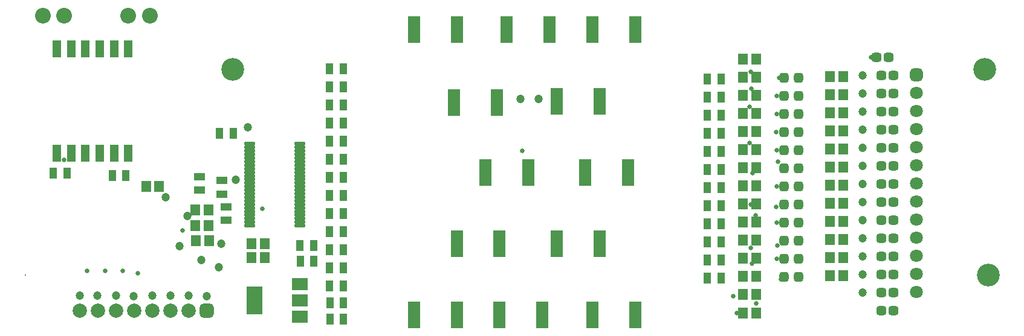
<source format=gts>
G04*
G04 #@! TF.GenerationSoftware,Altium Limited,Altium Designer,23.11.1 (41)*
G04*
G04 Layer_Color=8388736*
%FSLAX44Y44*%
%MOMM*%
G71*
G04*
G04 #@! TF.SameCoordinates,025D5C86-A068-4BC3-B2EE-C31E22AC0A5F*
G04*
G04*
G04 #@! TF.FilePolarity,Negative*
G04*
G01*
G75*
G04:AMPARAMS|DCode=26|XSize=0.5032mm|YSize=1.5732mm|CornerRadius=0.1766mm|HoleSize=0mm|Usage=FLASHONLY|Rotation=270.000|XOffset=0mm|YOffset=0mm|HoleType=Round|Shape=RoundedRectangle|*
%AMROUNDEDRECTD26*
21,1,0.5032,1.2200,0,0,270.0*
21,1,0.1500,1.5732,0,0,270.0*
1,1,0.3532,-0.6100,-0.0750*
1,1,0.3532,-0.6100,0.0750*
1,1,0.3532,0.6100,0.0750*
1,1,0.3532,0.6100,-0.0750*
%
%ADD26ROUNDEDRECTD26*%
%ADD27R,1.1032X1.5032*%
G04:AMPARAMS|DCode=28|XSize=1.4032mm|YSize=1.3032mm|CornerRadius=0.3766mm|HoleSize=0mm|Usage=FLASHONLY|Rotation=270.000|XOffset=0mm|YOffset=0mm|HoleType=Round|Shape=RoundedRectangle|*
%AMROUNDEDRECTD28*
21,1,1.4032,0.5500,0,0,270.0*
21,1,0.6500,1.3032,0,0,270.0*
1,1,0.7532,-0.2750,-0.3250*
1,1,0.7532,-0.2750,0.3250*
1,1,0.7532,0.2750,0.3250*
1,1,0.7532,0.2750,-0.3250*
%
%ADD28ROUNDEDRECTD28*%
G04:AMPARAMS|DCode=29|XSize=1.2832mm|YSize=1.4232mm|CornerRadius=0.3716mm|HoleSize=0mm|Usage=FLASHONLY|Rotation=270.000|XOffset=0mm|YOffset=0mm|HoleType=Round|Shape=RoundedRectangle|*
%AMROUNDEDRECTD29*
21,1,1.2832,0.6800,0,0,270.0*
21,1,0.5400,1.4232,0,0,270.0*
1,1,0.7432,-0.3400,-0.2700*
1,1,0.7432,-0.3400,0.2700*
1,1,0.7432,0.3400,0.2700*
1,1,0.7432,0.3400,-0.2700*
%
%ADD29ROUNDEDRECTD29*%
%ADD30C,1.2032*%
%ADD31R,1.3532X1.5532*%
%ADD32R,1.2232X2.4032*%
%ADD33R,1.7032X3.7032*%
%ADD34R,1.5032X1.1032*%
%ADD35R,2.2032X4.0032*%
%ADD36R,2.2032X1.7032*%
%ADD37C,3.2032*%
%ADD38C,0.2032*%
%ADD39C,2.2032*%
%ADD40C,1.8032*%
G04:AMPARAMS|DCode=41|XSize=1.8032mm|YSize=1.8032mm|CornerRadius=0.5016mm|HoleSize=0mm|Usage=FLASHONLY|Rotation=270.000|XOffset=0mm|YOffset=0mm|HoleType=Round|Shape=RoundedRectangle|*
%AMROUNDEDRECTD41*
21,1,1.8032,0.8000,0,0,270.0*
21,1,0.8000,1.8032,0,0,270.0*
1,1,1.0032,-0.4000,-0.4000*
1,1,1.0032,-0.4000,0.4000*
1,1,1.0032,0.4000,0.4000*
1,1,1.0032,0.4000,-0.4000*
%
%ADD41ROUNDEDRECTD41*%
%ADD42C,2.0032*%
G04:AMPARAMS|DCode=43|XSize=2.0032mm|YSize=2.0032mm|CornerRadius=0.5516mm|HoleSize=0mm|Usage=FLASHONLY|Rotation=90.000|XOffset=0mm|YOffset=0mm|HoleType=Round|Shape=RoundedRectangle|*
%AMROUNDEDRECTD43*
21,1,2.0032,0.9000,0,0,90.0*
21,1,0.9000,2.0032,0,0,90.0*
1,1,1.1032,0.4500,0.4500*
1,1,1.1032,0.4500,-0.4500*
1,1,1.1032,-0.4500,-0.4500*
1,1,1.1032,-0.4500,0.4500*
%
%ADD43ROUNDEDRECTD43*%
%ADD44C,0.6532*%
D26*
X340000Y205000D02*
D03*
Y210000D02*
D03*
X410000Y175000D02*
D03*
Y180000D02*
D03*
Y185000D02*
D03*
Y190000D02*
D03*
Y195000D02*
D03*
Y200000D02*
D03*
Y205000D02*
D03*
Y210000D02*
D03*
Y215000D02*
D03*
Y220000D02*
D03*
Y225000D02*
D03*
Y230000D02*
D03*
Y235000D02*
D03*
Y240000D02*
D03*
Y245000D02*
D03*
Y250000D02*
D03*
Y255000D02*
D03*
Y260000D02*
D03*
Y265000D02*
D03*
Y270000D02*
D03*
Y275000D02*
D03*
Y280000D02*
D03*
Y285000D02*
D03*
Y290000D02*
D03*
X340000Y175000D02*
D03*
Y180000D02*
D03*
Y185000D02*
D03*
Y190000D02*
D03*
Y195000D02*
D03*
Y200000D02*
D03*
Y215000D02*
D03*
Y220000D02*
D03*
Y225000D02*
D03*
Y230000D02*
D03*
Y235000D02*
D03*
Y240000D02*
D03*
Y245000D02*
D03*
Y250000D02*
D03*
Y255000D02*
D03*
Y260000D02*
D03*
Y265000D02*
D03*
Y270000D02*
D03*
Y275000D02*
D03*
Y280000D02*
D03*
Y285000D02*
D03*
Y290000D02*
D03*
D27*
X429750Y125000D02*
D03*
X410750D02*
D03*
X452000Y115616D02*
D03*
X471000D02*
D03*
X452000Y141016D02*
D03*
X471000D02*
D03*
Y166416D02*
D03*
X452000D02*
D03*
Y191816D02*
D03*
X471000D02*
D03*
X452000Y217216D02*
D03*
X471000D02*
D03*
X452000Y242616D02*
D03*
X471000D02*
D03*
X452000Y268016D02*
D03*
X471000D02*
D03*
X452000Y369616D02*
D03*
X471000D02*
D03*
X452000Y395016D02*
D03*
X471000D02*
D03*
X64840Y249000D02*
D03*
X83840D02*
D03*
X166500Y245250D02*
D03*
X147500D02*
D03*
X410500Y147000D02*
D03*
X429500D02*
D03*
X981100Y127000D02*
D03*
X1000100D02*
D03*
X981100Y152400D02*
D03*
X1000100D02*
D03*
X981100Y177800D02*
D03*
X1000100D02*
D03*
X981100Y203200D02*
D03*
X1000100D02*
D03*
X981100Y228600D02*
D03*
X1000100D02*
D03*
X981100Y254000D02*
D03*
X1000100D02*
D03*
X981100Y279400D02*
D03*
X1000100D02*
D03*
X981100Y304800D02*
D03*
X1000100D02*
D03*
X981100Y330200D02*
D03*
X1000100D02*
D03*
X981100Y355600D02*
D03*
X1000100D02*
D03*
X981100Y381000D02*
D03*
X1000100D02*
D03*
X452000Y90216D02*
D03*
X471000D02*
D03*
X981100Y101600D02*
D03*
X1000100D02*
D03*
X316840Y304800D02*
D03*
X297840D02*
D03*
X452500Y67000D02*
D03*
X471500D02*
D03*
X452500Y44000D02*
D03*
X471500D02*
D03*
X452000Y293420D02*
D03*
X471000D02*
D03*
X452000Y318820D02*
D03*
X471000D02*
D03*
X452000Y344216D02*
D03*
X471000D02*
D03*
D28*
X1088000Y383000D02*
D03*
X1109000D02*
D03*
X1088000Y103600D02*
D03*
X1109000D02*
D03*
X1088000Y129000D02*
D03*
X1109000D02*
D03*
X1088000Y154400D02*
D03*
X1109000D02*
D03*
X1088000Y179800D02*
D03*
X1109000D02*
D03*
X1088000Y205200D02*
D03*
X1109000D02*
D03*
X1088000Y230600D02*
D03*
X1109000D02*
D03*
X1088000Y256000D02*
D03*
X1109000D02*
D03*
X1088000Y281400D02*
D03*
X1109000D02*
D03*
X1088000Y306800D02*
D03*
X1109000D02*
D03*
X1088000Y332200D02*
D03*
X1109000D02*
D03*
X1088000Y357600D02*
D03*
X1109000D02*
D03*
D29*
X1241650Y386050D02*
D03*
X1224850D02*
D03*
X1218010Y411450D02*
D03*
X1234810D02*
D03*
X1241650Y360650D02*
D03*
X1224850D02*
D03*
X1241650Y259050D02*
D03*
X1224850D02*
D03*
X1241650Y284450D02*
D03*
X1224850D02*
D03*
X1241650Y309850D02*
D03*
X1224850D02*
D03*
X1241650Y335250D02*
D03*
X1224850D02*
D03*
X1241650Y132050D02*
D03*
X1224850D02*
D03*
Y157450D02*
D03*
X1241650D02*
D03*
Y182850D02*
D03*
X1224850D02*
D03*
X1241650Y208250D02*
D03*
X1224850D02*
D03*
X1241650Y55850D02*
D03*
X1224850D02*
D03*
Y81250D02*
D03*
X1241650D02*
D03*
Y106650D02*
D03*
X1224850D02*
D03*
X1241650Y233650D02*
D03*
X1224850D02*
D03*
D30*
X1198500Y360750D02*
D03*
Y386150D02*
D03*
Y284550D02*
D03*
Y335350D02*
D03*
Y309950D02*
D03*
Y81350D02*
D03*
Y106750D02*
D03*
Y132150D02*
D03*
Y157550D02*
D03*
Y182950D02*
D03*
Y208350D02*
D03*
Y233750D02*
D03*
Y259150D02*
D03*
X101661Y76750D02*
D03*
X126687D02*
D03*
X152400D02*
D03*
X177125Y76525D02*
D03*
X203200Y76750D02*
D03*
X229000D02*
D03*
X254000D02*
D03*
X279400Y76200D02*
D03*
X320113Y239500D02*
D03*
X300000Y150000D02*
D03*
X222500Y215000D02*
D03*
X297000Y117000D02*
D03*
X252925Y188500D02*
D03*
X337000Y313000D02*
D03*
X272000Y127000D02*
D03*
X242000Y146000D02*
D03*
X718820Y353060D02*
D03*
X744220D02*
D03*
D31*
X1171000Y308200D02*
D03*
X1152500D02*
D03*
X1171000Y333600D02*
D03*
X1152500D02*
D03*
X1171000Y359000D02*
D03*
X1152500D02*
D03*
X1171000Y384400D02*
D03*
X1152500D02*
D03*
X1171000Y155800D02*
D03*
X1152500D02*
D03*
X1171000Y130400D02*
D03*
X1152500D02*
D03*
X1171000Y105000D02*
D03*
X1152500D02*
D03*
X1171000Y181200D02*
D03*
X1152500D02*
D03*
X1171000Y206600D02*
D03*
X1152500D02*
D03*
X1171000Y232000D02*
D03*
X1152500D02*
D03*
X1171000Y257400D02*
D03*
X1152500D02*
D03*
X1171000Y282800D02*
D03*
X1152500D02*
D03*
X1030500Y230750D02*
D03*
X1049000D02*
D03*
X1030500Y256150D02*
D03*
X1049000D02*
D03*
X1030500Y281550D02*
D03*
X1049000D02*
D03*
X1030500Y306950D02*
D03*
X1049000D02*
D03*
X1030500Y332350D02*
D03*
X1049000D02*
D03*
X1030500Y357750D02*
D03*
X1049000D02*
D03*
X1030500Y383150D02*
D03*
X1049000D02*
D03*
X1030500Y408550D02*
D03*
X1049000D02*
D03*
X1030500Y103750D02*
D03*
X1049000D02*
D03*
X1030500Y78350D02*
D03*
X1049000D02*
D03*
X213250Y230000D02*
D03*
X194750D02*
D03*
X361250Y150000D02*
D03*
X342750D02*
D03*
Y130000D02*
D03*
X361250D02*
D03*
X1030500Y129150D02*
D03*
X1049000D02*
D03*
X1030500Y154550D02*
D03*
X1049000D02*
D03*
X1030500Y179950D02*
D03*
X1049000D02*
D03*
X1030500Y205350D02*
D03*
X1049000D02*
D03*
X1049200Y52150D02*
D03*
X1030700D02*
D03*
X263750Y197000D02*
D03*
X282250D02*
D03*
X263750Y175000D02*
D03*
X282250D02*
D03*
X283250Y154000D02*
D03*
X264750D02*
D03*
D32*
X130000Y277000D02*
D03*
X170000D02*
D03*
X70000D02*
D03*
X110000D02*
D03*
X150000Y423000D02*
D03*
X130000D02*
D03*
X90000D02*
D03*
X150000Y277000D02*
D03*
X90000D02*
D03*
X170000Y423000D02*
D03*
X110000D02*
D03*
X70000D02*
D03*
D33*
X880000Y50000D02*
D03*
X820000D02*
D03*
X630000D02*
D03*
X570000D02*
D03*
X690000D02*
D03*
X750000D02*
D03*
X770000Y150000D02*
D03*
X830000D02*
D03*
X630000D02*
D03*
X690000D02*
D03*
X810000Y250000D02*
D03*
X870000D02*
D03*
X670000D02*
D03*
X730000D02*
D03*
X625800Y347980D02*
D03*
X685800D02*
D03*
X770000Y350000D02*
D03*
X830000D02*
D03*
X570000Y450000D02*
D03*
X630000D02*
D03*
X820000D02*
D03*
X880000D02*
D03*
X700000D02*
D03*
X760000D02*
D03*
D34*
X307000Y182500D02*
D03*
Y201500D02*
D03*
X270000Y224750D02*
D03*
Y243750D02*
D03*
X301000Y219500D02*
D03*
Y238500D02*
D03*
D35*
X347000Y70000D02*
D03*
D36*
X410000Y93000D02*
D03*
Y47000D02*
D03*
Y70000D02*
D03*
D37*
X1374250Y105400D02*
D03*
X316000Y394600D02*
D03*
X1369750D02*
D03*
D38*
X25400Y105400D02*
D03*
D39*
X170000Y470000D02*
D03*
X200000D02*
D03*
X50000D02*
D03*
X80000D02*
D03*
D40*
X1274000Y107050D02*
D03*
Y81650D02*
D03*
Y132450D02*
D03*
Y157850D02*
D03*
Y208650D02*
D03*
Y234050D02*
D03*
Y284850D02*
D03*
Y335650D02*
D03*
Y361050D02*
D03*
Y310250D02*
D03*
Y259450D02*
D03*
Y183250D02*
D03*
D41*
Y386450D02*
D03*
D42*
X152400Y55400D02*
D03*
X228600D02*
D03*
X203200D02*
D03*
X177800D02*
D03*
X127000D02*
D03*
X101600D02*
D03*
X254000D02*
D03*
D43*
X279400D02*
D03*
D44*
X358000Y198750D02*
D03*
X183500Y108000D02*
D03*
X162381Y111881D02*
D03*
X137481Y111981D02*
D03*
X112184Y111684D02*
D03*
X721750Y279750D02*
D03*
X1077250Y201250D02*
D03*
X1078250Y230600D02*
D03*
X1079250Y147250D02*
D03*
X79750Y267250D02*
D03*
X1017500Y76500D02*
D03*
X1042000Y144000D02*
D03*
X245875Y168750D02*
D03*
X1022450Y52150D02*
D03*
X1049000Y66176D02*
D03*
X1220900Y55850D02*
D03*
X1210035Y411450D02*
D03*
X1041750Y391000D02*
D03*
X1042250Y367250D02*
D03*
X1039750Y341600D02*
D03*
Y290800D02*
D03*
X1080250Y265000D02*
D03*
X1044000Y248500D02*
D03*
X1041516Y204516D02*
D03*
X1048750Y189500D02*
D03*
X1043750Y122000D02*
D03*
X1077450Y306800D02*
D03*
X1084250Y99850D02*
D03*
X1078250Y129000D02*
D03*
Y179800D02*
D03*
Y281400D02*
D03*
Y332200D02*
D03*
Y357600D02*
D03*
X1081249Y383000D02*
D03*
M02*

</source>
